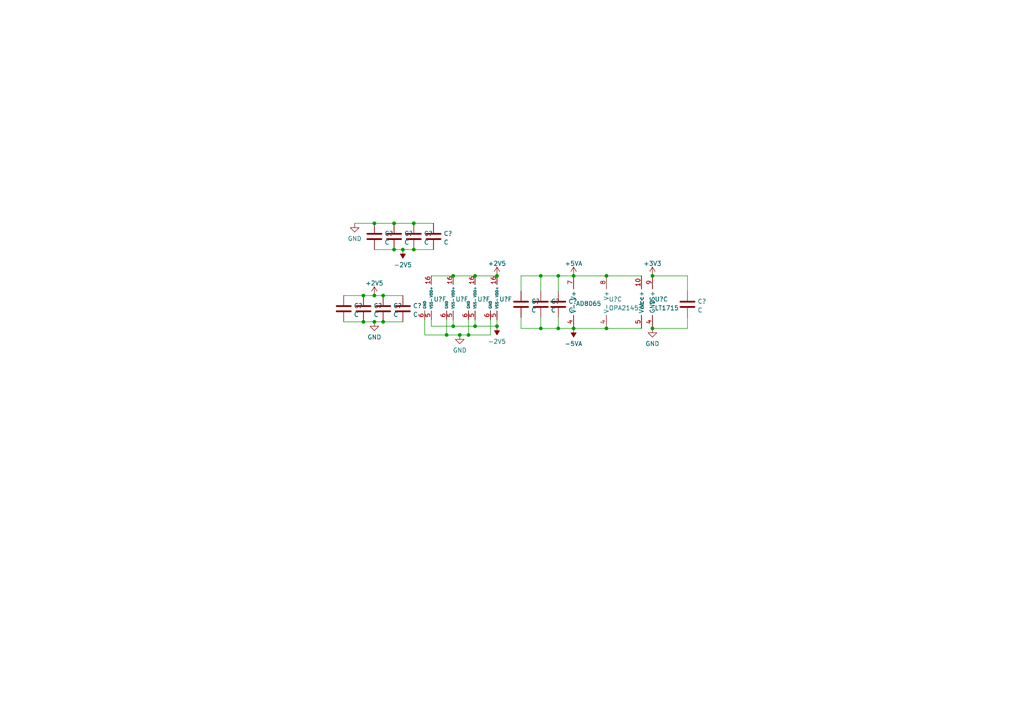
<source format=kicad_sch>
(kicad_sch (version 20211123) (generator eeschema)
  (paper "A4")
  (lib_symbols
    (symbol "Device:C" (pin_numbers hide) (pin_names (offset 0.254))
      (property "Reference" "C" (at 0.635 2.54 0))
      (property "Value" "C" (at 0.635 -2.54 0))
      (symbol "C_0_1"
        (polyline (pts (xy -2.032 -0.762) (xy 2.032 -0.762)) (stroke (width 0.508)))
        (polyline (pts (xy -2.032 0.762) (xy 2.032 0.762)) (stroke (width 0.508)))
      )
      (symbol "C_1_1"
        (pin passive line (at 0 3.81 270) (length 2.794) (name "~") (number "1"))
        (pin passive line (at 0 -3.81 90) (length 2.794) (name "~") (number "2"))
      )
    )
    (symbol "VM1085:AD8065"
      (property "Value" "AD8065" (at 4.445 0 0))
      (symbol "AD8065_1_1"
        (polyline (pts (xy 0 5.08) (xy 10.16 0) (xy 0 -5.08) (xy 0 5.08)) (stroke (width 0.254)) (fill (type background)))
        (pin no_connect line (at 17.145 16.51 270) (length 2.54) hide (name "NC") (number "1"))
        (pin input line (at -2.54 -2.54 0) (length 2.54) (name "-") (number "2"))
        (pin input line (at -2.54 2.54 0) (length 2.54) (name "+") (number "3"))
        (pin no_connect line (at 20.32 16.51 270) (length 2.54) hide (name "NC") (number "5"))
        (pin output line (at 12.7 0 180) (length 2.54) (name "~") (number "6"))
        (pin no_connect line (at 20.32 5.08 90) (length 2.54) hide (name "NC") (number "8"))
      )
      (symbol "AD8065_2_1"
        (pin power_in line (at 0 -7.62 90) (length 3.81) (name "V-") (number "4"))
        (pin power_in line (at 0 7.62 270) (length 3.81) (name "V+") (number "7"))
      )
    )
    (symbol "VM1085:LT1715"
      (property "Reference" "U" (at 7.62 5.715 0))
      (property "Value" "LT1715" (at 12.7 5.715 0))
      (symbol "LT1715_1_1"
        (polyline (pts (xy 0 5.08) (xy 10.16 0) (xy 0 -5.08) (xy 0 5.08)) (stroke (width 0.254)) (fill (type background)))
        (pin input line (at -2.54 2.54 0) (length 2.54) (name "+") (number "1"))
        (pin input line (at -2.54 -2.54 0) (length 2.54) (name "-") (number "2"))
        (pin output line (at 12.7 0 180) (length 2.54) (name "~") (number "8"))
      )
      (symbol "LT1715_2_1"
        (polyline (pts (xy 0 5.08) (xy 10.16 0) (xy 0 -5.08) (xy 0 5.08)) (stroke (width 0.254)) (fill (type background)))
        (pin input line (at -2.54 -2.54 0) (length 2.54) (name "-") (number "3"))
        (pin input line (at -2.54 2.54 0) (length 2.54) (name "+") (number "4"))
        (pin output line (at 12.7 0 180) (length 2.54) (name "~") (number "7"))
      )
      (symbol "LT1715_3_1"
        (pin power_in line (at 0 7.62 270) (length 3.81) (name "Vcc+") (number "10"))
        (pin power_in line (at 3.175 -7.62 90) (length 3.81) (name "GND") (number "4"))
        (pin power_in line (at 0 -7.62 90) (length 3.81) (name "Vee-") (number "5"))
        (pin power_in line (at 3.175 7.62 270) (length 3.81) (name "VS+") (number "9"))
      )
    )
    (symbol "VM1085:OPA2145"
      (property "Reference" "U" (at 5.08 4.445 0))
      (property "Value" "OPA2145" (at 4.445 0 0))
      (symbol "OPA2145_1_1"
        (polyline (pts (xy 0 5.08) (xy 10.16 0) (xy 0 -5.08) (xy 0 5.08)) (stroke (width 0.254)) (fill (type background)))
        (pin output line (at 12.7 0 180) (length 2.54) (name "~") (number "1"))
        (pin input line (at -2.54 -2.54 0) (length 2.54) (name "-") (number "2"))
        (pin input line (at -2.54 2.54 0) (length 2.54) (name "+") (number "3"))
      )
      (symbol "OPA2145_2_1"
        (polyline (pts (xy 0 5.08) (xy 10.16 0) (xy 0 -5.08) (xy 0 5.08)) (stroke (width 0.254)) (fill (type background)))
        (pin input line (at -2.54 2.54 0) (length 2.54) (name "+") (number "5"))
        (pin input line (at -2.54 -2.54 0) (length 2.54) (name "-") (number "6"))
        (pin output line (at 12.7 0 180) (length 2.54) (name "~") (number "7"))
      )
      (symbol "OPA2145_3_1"
        (pin power_in line (at 0 -7.62 90) (length 3.81) (name "V-") (number "4"))
        (pin power_in line (at 0 7.62 270) (length 3.81) (name "V+") (number "8"))
      )
    )
    (symbol "VM1085:TMUX1134"
      (property "Reference" "U" (at -1.27 2.54 0))
      (symbol "TMUX1134_1_1"
        (polyline (pts (xy -3.81 0) (xy -1.27 0)) (stroke (width 0.1524)))
        (polyline (pts (xy 3.81 0) (xy 1.905 0) (xy -1.27 -2.54) (xy -3.81 -2.54)) (stroke (width 0.1524)))
        (pin input line (at -6.35 0 0) (length 2.54) (name "S1A_NO") (number "2"))
        (pin input line (at 6.35 0 180) (length 2.54) (name "D1") (number "3"))
        (pin input line (at -6.35 -2.54 0) (length 2.54) (name "S1B_NC") (number "4"))
      )
      (symbol "TMUX1134_2_1"
        (polyline (pts (xy -3.81 0) (xy -1.27 0)) (stroke (width 0.1524)))
        (polyline (pts (xy 3.81 0) (xy 1.905 0) (xy -1.27 -2.54) (xy -3.81 -2.54)) (stroke (width 0.1524)))
        (pin input line (at -6.35 -2.54 0) (length 2.54) (name "S2B_NC") (number "7"))
        (pin input line (at 6.35 0 180) (length 2.54) (name "D2") (number "8"))
        (pin input line (at -6.35 0 0) (length 2.54) (name "S2A_NO") (number "9"))
      )
      (symbol "TMUX1134_3_1"
        (polyline (pts (xy -3.81 0) (xy -1.27 0)) (stroke (width 0.1524)))
        (polyline (pts (xy 3.81 0) (xy 1.905 0) (xy -1.27 -2.54) (xy -3.81 -2.54)) (stroke (width 0.1524)))
        (pin input line (at -6.35 0 0) (length 2.54) (name "S3A_NO") (number "12"))
        (pin input line (at 6.35 0 180) (length 2.54) (name "D3") (number "13"))
        (pin input line (at -6.35 -2.54 0) (length 2.54) (name "S3B_NC") (number "14"))
      )
      (symbol "TMUX1134_4_1"
        (polyline (pts (xy -3.81 0) (xy -1.27 0)) (stroke (width 0.1524)))
        (polyline (pts (xy 3.81 0) (xy 1.905 0) (xy -1.27 -2.54) (xy -3.81 -2.54)) (stroke (width 0.1524)))
        (pin input line (at -6.35 -2.54 0) (length 2.54) (name "S4B_NC") (number "17"))
        (pin input line (at 6.35 0 180) (length 2.54) (name "D4") (number "18"))
        (pin input line (at -6.35 0 0) (length 2.54) (name "S4A_NO") (number "19"))
      )
      (symbol "TMUX1134_5_1"
        (pin input line (at -2.54 0 0) (length 2.54) (name "SEL1") (number "1"))
        (pin input line (at -2.54 -2.54 0) (length 2.54) (name "SEL2") (number "10"))
        (pin input line (at -2.54 -5.08 0) (length 2.54) (name "SEL3") (number "11"))
        (pin input line (at -2.54 -7.62 0) (length 2.54) (name "SEL4") (number "20"))
      )
      (symbol "TMUX1134_6_1"
        (pin input line (at 0 6.35 270) (length 2.54) (name "VDD+") (number "16"))
        (pin input line (at 0 -6.35 90) (length 2.54) (name "VSS-") (number "5"))
        (pin input line (at 1.905 -6.35 90) (length 2.54) (name "GND") (number "6"))
      )
    )
    (symbol "power:+2V5" (power) (pin_names (offset 0))
      (property "Value" "+2V5" (at 0 3.556 0))
      (symbol "+2V5_0_1"
        (polyline (pts (xy -0.762 1.27) (xy 0 2.54)))
        (polyline (pts (xy 0 0) (xy 0 2.54)))
        (polyline (pts (xy 0 2.54) (xy 0.762 1.27)))
      )
      (symbol "+2V5_1_1"
        (pin power_in line (at 0 0 90) (length 0) hide (name "+2V5") (number "1"))
      )
    )
    (symbol "power:+3.3V" (power) (pin_names (offset 0))
      (property "Value" "+3.3V" (at 0 3.556 0))
      (symbol "+3.3V_0_1"
        (polyline (pts (xy -0.762 1.27) (xy 0 2.54)))
        (polyline (pts (xy 0 0) (xy 0 2.54)))
        (polyline (pts (xy 0 2.54) (xy 0.762 1.27)))
      )
      (symbol "+3.3V_1_1"
        (pin power_in line (at 0 0 90) (length 0) hide (name "+3V3") (number "1"))
      )
    )
    (symbol "power:+5VA" (power) (pin_names (offset 0))
      (property "Value" "+5VA" (at 0 3.556 0))
      (symbol "+5VA_0_1"
        (polyline (pts (xy -0.762 1.27) (xy 0 2.54)))
        (polyline (pts (xy 0 0) (xy 0 2.54)))
        (polyline (pts (xy 0 2.54) (xy 0.762 1.27)))
      )
      (symbol "+5VA_1_1"
        (pin power_in line (at 0 0 90) (length 0) hide (name "+5VA") (number "1"))
      )
    )
    (symbol "power:-2V5" (power) (pin_names (offset 0))
      (property "Value" "-2V5" (at 0 3.81 0))
      (symbol "-2V5_0_0"
        (pin power_in line (at 0 0 90) (length 0) hide (name "-2V5") (number "1"))
      )
      (symbol "-2V5_0_1"
        (polyline (pts (xy 0 0) (xy 0 1.27) (xy 0.762 1.27) (xy 0 2.54) (xy -0.762 1.27) (xy 0 1.27)) (fill (type outline)))
      )
    )
    (symbol "power:-5VA" (power) (pin_names (offset 0))
      (property "Value" "-5VA" (at 0 3.81 0))
      (symbol "-5VA_0_0"
        (pin power_in line (at 0 0 90) (length 0) hide (name "-5VA") (number "1"))
      )
      (symbol "-5VA_0_1"
        (polyline (pts (xy 0 0) (xy 0 1.27) (xy 0.762 1.27) (xy 0 2.54) (xy -0.762 1.27) (xy 0 1.27)) (fill (type outline)))
      )
    )
    (symbol "power:GND" (power) (pin_names (offset 0))
      (property "Value" "GND" (at 0 -3.81 0))
      (symbol "GND_0_1"
        (polyline (pts (xy 0 0) (xy 0 -1.27) (xy 1.27 -1.27) (xy 0 -2.54) (xy -1.27 -1.27) (xy 0 -1.27)))
      )
      (symbol "GND_1_1"
        (pin power_in line (at 0 0 270) (length 0) hide (name "GND") (number "1"))
      )
    )
  )
  (junction (at 114.3 64.77))
  (junction (at 166.37 95.25))
  (junction (at 189.23 95.25))
  (junction (at 131.445 94.615))
  (junction (at 161.925 95.25))
  (junction (at 108.585 93.345))
  (junction (at 144.145 94.615))
  (junction (at 135.89 97.155))
  (junction (at 156.845 95.25))
  (junction (at 108.585 85.725))
  (junction (at 129.54 97.155))
  (junction (at 144.145 80.01))
  (junction (at 137.795 94.615))
  (junction (at 189.23 80.01))
  (junction (at 161.925 80.01))
  (junction (at 175.895 80.01))
  (junction (at 137.795 80.01))
  (junction (at 105.41 93.345))
  (junction (at 131.445 80.01))
  (junction (at 114.3 72.39))
  (junction (at 120.015 64.77))
  (junction (at 116.84 72.39))
  (junction (at 120.015 72.39))
  (junction (at 175.895 95.25))
  (junction (at 108.585 64.77))
  (junction (at 156.845 80.01))
  (junction (at 111.125 85.725))
  (junction (at 166.37 80.01))
  (junction (at 133.35 97.155))
  (junction (at 111.125 93.345))
  (junction (at 105.41 85.725))
  (wire (pts (xy 166.37 95.25) (xy 175.895 95.25)))
  (wire (pts (xy 156.845 80.01) (xy 156.845 84.455)))
  (wire (pts (xy 156.845 92.075) (xy 156.845 95.25)))
  (wire (pts (xy 116.84 72.39) (xy 120.015 72.39)))
  (wire (pts (xy 161.925 95.25) (xy 156.845 95.25)))
  (wire (pts (xy 114.3 64.77) (xy 120.015 64.77)))
  (wire (pts (xy 161.925 84.455) (xy 161.925 80.01)))
  (wire (pts (xy 135.89 97.155) (xy 133.35 97.155)))
  (wire (pts (xy 156.845 80.01) (xy 161.925 80.01)))
  (wire (pts (xy 105.41 93.345) (xy 108.585 93.345)))
  (wire (pts (xy 120.015 72.39) (xy 125.73 72.39)))
  (wire (pts (xy 129.54 92.71) (xy 129.54 97.155)))
  (wire (pts (xy 108.585 64.77) (xy 114.3 64.77)))
  (wire (pts (xy 131.445 80.01) (xy 137.795 80.01)))
  (wire (pts (xy 111.125 93.345) (xy 116.84 93.345)))
  (wire (pts (xy 125.095 94.615) (xy 131.445 94.615)))
  (wire (pts (xy 156.845 95.25) (xy 151.13 95.25)))
  (wire (pts (xy 161.925 80.01) (xy 166.37 80.01)))
  (wire (pts (xy 137.795 94.615) (xy 144.145 94.615)))
  (wire (pts (xy 199.39 95.25) (xy 199.39 92.075)))
  (wire (pts (xy 144.145 94.615) (xy 144.145 92.71)))
  (wire (pts (xy 108.585 72.39) (xy 114.3 72.39)))
  (wire (pts (xy 99.695 85.725) (xy 105.41 85.725)))
  (wire (pts (xy 156.845 80.01) (xy 151.13 80.01)))
  (wire (pts (xy 105.41 85.725) (xy 108.585 85.725)))
  (wire (pts (xy 189.23 95.25) (xy 199.39 95.25)))
  (wire (pts (xy 175.895 95.25) (xy 186.055 95.25)))
  (wire (pts (xy 129.54 97.155) (xy 123.19 97.155)))
  (wire (pts (xy 125.095 80.01) (xy 131.445 80.01)))
  (wire (pts (xy 142.24 92.71) (xy 142.24 97.155)))
  (wire (pts (xy 151.13 80.01) (xy 151.13 84.455)))
  (wire (pts (xy 123.19 97.155) (xy 123.19 92.71)))
  (wire (pts (xy 131.445 94.615) (xy 137.795 94.615)))
  (wire (pts (xy 108.585 93.345) (xy 111.125 93.345)))
  (wire (pts (xy 120.015 64.77) (xy 125.73 64.77)))
  (wire (pts (xy 125.095 92.71) (xy 125.095 94.615)))
  (wire (pts (xy 199.39 84.455) (xy 199.39 80.01)))
  (wire (pts (xy 199.39 80.01) (xy 189.23 80.01)))
  (wire (pts (xy 99.695 93.345) (xy 105.41 93.345)))
  (wire (pts (xy 161.925 92.075) (xy 161.925 95.25)))
  (wire (pts (xy 133.35 97.155) (xy 129.54 97.155)))
  (wire (pts (xy 131.445 92.71) (xy 131.445 94.615)))
  (wire (pts (xy 114.3 72.39) (xy 116.84 72.39)))
  (wire (pts (xy 137.795 80.01) (xy 144.145 80.01)))
  (wire (pts (xy 166.37 95.25) (xy 161.925 95.25)))
  (wire (pts (xy 166.37 80.01) (xy 175.895 80.01)))
  (wire (pts (xy 137.795 92.71) (xy 137.795 94.615)))
  (wire (pts (xy 142.24 97.155) (xy 135.89 97.155)))
  (wire (pts (xy 102.87 64.77) (xy 108.585 64.77)))
  (wire (pts (xy 175.895 80.01) (xy 186.055 80.01)))
  (wire (pts (xy 151.13 95.25) (xy 151.13 92.075)))
  (wire (pts (xy 108.585 85.725) (xy 111.125 85.725)))
  (wire (pts (xy 111.125 85.725) (xy 116.84 85.725)))
  (wire (pts (xy 135.89 92.71) (xy 135.89 97.155)))
  (symbol (lib_id "Device:C") (at 151.13 88.265 0) (unit 1)
    (property "Reference" "C?" (at 154.051 87.4303 0) (effects (justify left)))
    (property "Value" "C" (at 154.051 89.9672 0) (effects (justify left)))
  )
  (symbol (lib_id "power:-5VA") (at 166.37 95.25 180) (unit 1)
    (property "Reference" "#PWR?" (effects hide))
    (property "Value" "-5VA" (at 166.37 99.6934 0))
  )
  (symbol (lib_id "VM1085:OPA2145") (at 175.895 87.63 0) (unit 3)
    (property "Reference" "U?" (at 176.53 86.7953 0) (effects (justify left)))
    (property "Value" "OPA2145" (at 176.53 89.3322 0) (effects (justify left)))
    (property "Footprint" "Package_SO:SOP-8_3.9x4.9mm_P1.27mm" (effects hide))
  )
  (symbol (lib_id "Device:C") (at 105.41 89.535 0) (unit 1)
    (property "Reference" "C?" (at 108.331 88.7003 0) (effects (justify left)))
    (property "Value" "C" (at 108.331 91.2372 0) (effects (justify left)))
  )
  (symbol (lib_id "Device:C") (at 108.585 68.58 0) (unit 1)
    (property "Reference" "C?" (at 111.506 67.7453 0) (effects (justify left)))
    (property "Value" "C" (at 111.506 70.2822 0) (effects (justify left)))
  )
  (symbol (lib_id "Device:C") (at 116.84 89.535 0) (unit 1)
    (property "Reference" "C?" (at 119.761 88.7003 0) (effects (justify left)))
    (property "Value" "C" (at 119.761 91.2372 0) (effects (justify left)))
  )
  (symbol (lib_id "power:GND") (at 108.585 93.345 0) (unit 1)
    (property "Reference" "#PWR?" (effects hide))
    (property "Value" "GND" (at 108.585 97.7884 0))
  )
  (symbol (lib_id "VM1085:LT1715") (at 186.055 87.63 0) (unit 3)
    (property "Reference" "U?" (at 189.865 86.7953 0) (effects (justify left)))
    (property "Value" "LT1715" (at 189.865 89.3322 0) (effects (justify left)))
    (property "Footprint" "Package_SO:MSOP-10_3x3mm_P0.5mm" (effects hide))
  )
  (symbol (lib_id "Device:C") (at 111.125 89.535 0) (unit 1)
    (property "Reference" "C?" (at 114.046 88.7003 0) (effects (justify left)))
    (property "Value" "C" (at 114.046 91.2372 0) (effects (justify left)))
  )
  (symbol (lib_id "Device:C") (at 156.845 88.265 0) (unit 1)
    (property "Reference" "C?" (at 159.766 87.4303 0) (effects (justify left)))
    (property "Value" "C" (at 159.766 89.9672 0) (effects (justify left)))
  )
  (symbol (lib_id "VM1085:TMUX1134") (at 125.095 86.36 0) (mirror y) (unit 6)
    (property "Reference" "U?" (at 125.73 86.7938 0) (effects (justify right)))
    (property "Value" "TMUX1134" (effects hide))
    (property "Footprint" "Package_SO:TSSOP-20_4.4x6.5mm_P0.65mm" (effects hide))
  )
  (symbol (lib_id "power:+2V5") (at 108.585 85.725 0) (unit 1)
    (property "Reference" "#PWR?" (effects hide))
    (property "Value" "+2V5" (at 108.585 82.1492 0))
  )
  (symbol (lib_id "Device:C") (at 199.39 88.265 0) (unit 1)
    (property "Reference" "C?" (at 202.311 87.4303 0) (effects (justify left)))
    (property "Value" "C" (at 202.311 89.9672 0) (effects (justify left)))
  )
  (symbol (lib_id "power:-2V5") (at 116.84 72.39 180) (unit 1)
    (property "Reference" "#PWR?" (effects hide))
    (property "Value" "-2V5" (at 116.84 76.8334 0))
  )
  (symbol (lib_id "Device:C") (at 161.925 88.265 0) (unit 1)
    (property "Reference" "C?" (at 164.846 87.4303 0) (effects (justify left)))
    (property "Value" "C" (at 164.846 89.9672 0) (effects (justify left)))
  )
  (symbol (lib_id "Device:C") (at 125.73 68.58 0) (unit 1)
    (property "Reference" "C?" (at 128.651 67.7453 0) (effects (justify left)))
    (property "Value" "C" (at 128.651 70.2822 0) (effects (justify left)))
  )
  (symbol (lib_id "power:GND") (at 133.35 97.155 0) (unit 1)
    (property "Reference" "#PWR?" (effects hide))
    (property "Value" "GND" (at 133.35 101.5984 0))
  )
  (symbol (lib_id "Device:C") (at 114.3 68.58 0) (unit 1)
    (property "Reference" "C?" (at 117.221 67.7453 0) (effects (justify left)))
    (property "Value" "C" (at 117.221 70.2822 0) (effects (justify left)))
  )
  (symbol (lib_id "power:+5VA") (at 166.37 80.01 0) (unit 1)
    (property "Reference" "#PWR?" (effects hide))
    (property "Value" "+5VA" (at 166.37 76.4342 0))
  )
  (symbol (lib_id "Device:C") (at 120.015 68.58 0) (unit 1)
    (property "Reference" "C?" (at 122.936 67.7453 0) (effects (justify left)))
    (property "Value" "C" (at 122.936 70.2822 0) (effects (justify left)))
  )
  (symbol (lib_id "VM1085:AD8065") (at 166.37 87.63 0) (unit 2)
    (property "Reference" "U?" (effects hide))
    (property "Value" "AD8065" (at 167.005 88.0638 0) (effects (justify left)))
    (property "Footprint" "Package_SO:SOIC-8_3.9x4.9mm_P1.27mm" (effects hide))
  )
  (symbol (lib_id "power:GND") (at 102.87 64.77 0) (unit 1)
    (property "Reference" "#PWR?" (effects hide))
    (property "Value" "GND" (at 102.87 69.2134 0))
  )
  (symbol (lib_id "power:GND") (at 189.23 95.25 0) (unit 1)
    (property "Reference" "#PWR?" (effects hide))
    (property "Value" "GND" (at 189.23 99.6934 0))
  )
  (symbol (lib_id "Device:C") (at 99.695 89.535 0) (unit 1)
    (property "Reference" "C?" (at 102.616 88.7003 0) (effects (justify left)))
    (property "Value" "C" (at 102.616 91.2372 0) (effects (justify left)))
  )
  (symbol (lib_id "power:-2V5") (at 144.145 94.615 180) (unit 1)
    (property "Reference" "#PWR?" (effects hide))
    (property "Value" "-2V5" (at 144.145 99.0584 0))
  )
  (symbol (lib_id "VM1085:TMUX1134") (at 137.795 86.36 0) (mirror y) (unit 6)
    (property "Reference" "U?" (at 138.43 86.7938 0) (effects (justify right)))
    (property "Value" "TMUX1134" (effects hide))
    (property "Footprint" "Package_SO:TSSOP-20_4.4x6.5mm_P0.65mm" (effects hide))
  )
  (symbol (lib_id "power:+2V5") (at 144.145 80.01 0) (unit 1)
    (property "Reference" "#PWR?" (effects hide))
    (property "Value" "+2V5" (at 144.145 76.4342 0))
  )
  (symbol (lib_id "VM1085:TMUX1134") (at 144.145 86.36 0) (mirror y) (unit 6)
    (property "Reference" "U?" (at 144.78 86.7938 0) (effects (justify right)))
    (property "Value" "TMUX1134" (effects hide))
    (property "Footprint" "Package_SO:TSSOP-20_4.4x6.5mm_P0.65mm" (effects hide))
  )
  (symbol (lib_id "power:+3.3V") (at 189.23 80.01 0) (unit 1)
    (property "Reference" "#PWR?" (effects hide))
    (property "Value" "+3.3V" (at 189.23 76.4342 0))
  )
  (symbol (lib_id "VM1085:TMUX1134") (at 131.445 86.36 0) (mirror y) (unit 6)
    (property "Reference" "U?" (at 132.08 86.7938 0) (effects (justify right)))
    (property "Value" "TMUX1134" (effects hide))
    (property "Footprint" "Package_SO:TSSOP-20_4.4x6.5mm_P0.65mm" (effects hide))
  )
)
</source>
